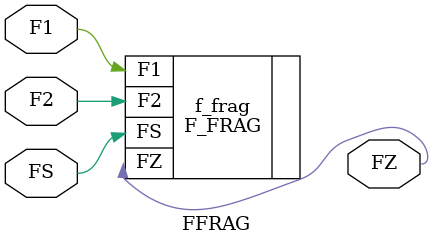
<source format=v>
`include "./f_frag.sim.v"

(* FASM_FEATURES="LOGIC.LOGIC.Ipwr_gates.J_pwr_st" *)
module FFRAG (F1, F2, FS, FZ);
    input  wire F1;
    input  wire F2;
    input  wire FS;
    output wire FZ;

    // The F-Frag
    F_FRAG f_frag (
    .F1 (F1),
    .F2 (F2),
    .FS (FS),
    .FZ (FZ)
    );

endmodule

</source>
